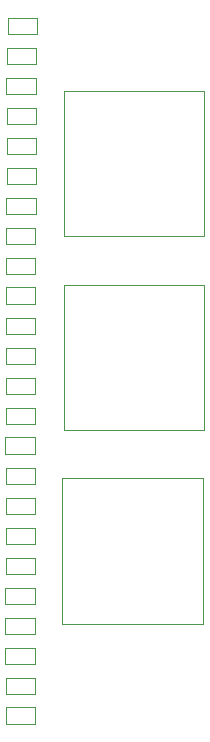
<source format=gbr>
G04 #@! TF.FileFunction,Other,User*
%FSLAX46Y46*%
G04 Gerber Fmt 4.6, Leading zero omitted, Abs format (unit mm)*
G04 Created by KiCad (PCBNEW 4.0.7) date 07/31/18 13:50:20*
%MOMM*%
%LPD*%
G01*
G04 APERTURE LIST*
%ADD10C,0.100000*%
%ADD11C,0.050000*%
G04 APERTURE END LIST*
D10*
D11*
X56860000Y-74110000D02*
X59360000Y-74110000D01*
X56860000Y-74110000D02*
X56860000Y-72710000D01*
X59360000Y-72710000D02*
X59360000Y-74110000D01*
X59360000Y-72710000D02*
X56860000Y-72710000D01*
X56810000Y-76660000D02*
X59310000Y-76660000D01*
X56810000Y-76660000D02*
X56810000Y-75260000D01*
X59310000Y-75260000D02*
X59310000Y-76660000D01*
X59310000Y-75260000D02*
X56810000Y-75260000D01*
X56760000Y-79200000D02*
X59260000Y-79200000D01*
X56760000Y-79200000D02*
X56760000Y-77800000D01*
X59260000Y-77800000D02*
X59260000Y-79200000D01*
X59260000Y-77800000D02*
X56760000Y-77800000D01*
X56780000Y-81740000D02*
X59280000Y-81740000D01*
X56780000Y-81740000D02*
X56780000Y-80340000D01*
X59280000Y-80340000D02*
X59280000Y-81740000D01*
X59280000Y-80340000D02*
X56780000Y-80340000D01*
X56800000Y-84280000D02*
X59300000Y-84280000D01*
X56800000Y-84280000D02*
X56800000Y-82880000D01*
X59300000Y-82880000D02*
X59300000Y-84280000D01*
X59300000Y-82880000D02*
X56800000Y-82880000D01*
X56780000Y-86810000D02*
X59280000Y-86810000D01*
X56780000Y-86810000D02*
X56780000Y-85410000D01*
X59280000Y-85410000D02*
X59280000Y-86810000D01*
X59280000Y-85410000D02*
X56780000Y-85410000D01*
X56750000Y-89350000D02*
X59250000Y-89350000D01*
X56750000Y-89350000D02*
X56750000Y-87950000D01*
X59250000Y-87950000D02*
X59250000Y-89350000D01*
X59250000Y-87950000D02*
X56750000Y-87950000D01*
X56720000Y-91900000D02*
X59220000Y-91900000D01*
X56720000Y-91900000D02*
X56720000Y-90500000D01*
X59220000Y-90500000D02*
X59220000Y-91900000D01*
X59220000Y-90500000D02*
X56720000Y-90500000D01*
X56690000Y-94430000D02*
X59190000Y-94430000D01*
X56690000Y-94430000D02*
X56690000Y-93030000D01*
X59190000Y-93030000D02*
X59190000Y-94430000D01*
X59190000Y-93030000D02*
X56690000Y-93030000D01*
X56710000Y-96960000D02*
X59210000Y-96960000D01*
X56710000Y-96960000D02*
X56710000Y-95560000D01*
X59210000Y-95560000D02*
X59210000Y-96960000D01*
X59210000Y-95560000D02*
X56710000Y-95560000D01*
X56700000Y-99510000D02*
X59200000Y-99510000D01*
X56700000Y-99510000D02*
X56700000Y-98110000D01*
X59200000Y-98110000D02*
X59200000Y-99510000D01*
X59200000Y-98110000D02*
X56700000Y-98110000D01*
X56700000Y-102050000D02*
X59200000Y-102050000D01*
X56700000Y-102050000D02*
X56700000Y-100650000D01*
X59200000Y-100650000D02*
X59200000Y-102050000D01*
X59200000Y-100650000D02*
X56700000Y-100650000D01*
X56700000Y-104590000D02*
X59200000Y-104590000D01*
X56700000Y-104590000D02*
X56700000Y-103190000D01*
X59200000Y-103190000D02*
X59200000Y-104590000D01*
X59200000Y-103190000D02*
X56700000Y-103190000D01*
X56700000Y-107130000D02*
X59200000Y-107130000D01*
X56700000Y-107130000D02*
X56700000Y-105730000D01*
X59200000Y-105730000D02*
X59200000Y-107130000D01*
X59200000Y-105730000D02*
X56700000Y-105730000D01*
X56680000Y-109660000D02*
X59180000Y-109660000D01*
X56680000Y-109660000D02*
X56680000Y-108260000D01*
X59180000Y-108260000D02*
X59180000Y-109660000D01*
X59180000Y-108260000D02*
X56680000Y-108260000D01*
X56700000Y-112210000D02*
X59200000Y-112210000D01*
X56700000Y-112210000D02*
X56700000Y-110810000D01*
X59200000Y-110810000D02*
X59200000Y-112210000D01*
X59200000Y-110810000D02*
X56700000Y-110810000D01*
X56700000Y-114750000D02*
X59200000Y-114750000D01*
X56700000Y-114750000D02*
X56700000Y-113350000D01*
X59200000Y-113350000D02*
X59200000Y-114750000D01*
X59200000Y-113350000D02*
X56700000Y-113350000D01*
X56710000Y-117290000D02*
X59210000Y-117290000D01*
X56710000Y-117290000D02*
X56710000Y-115890000D01*
X59210000Y-115890000D02*
X59210000Y-117290000D01*
X59210000Y-115890000D02*
X56710000Y-115890000D01*
X56690000Y-119830000D02*
X59190000Y-119830000D01*
X56690000Y-119830000D02*
X56690000Y-118430000D01*
X59190000Y-118430000D02*
X59190000Y-119830000D01*
X59190000Y-118430000D02*
X56690000Y-118430000D01*
X56670000Y-122370000D02*
X59170000Y-122370000D01*
X56670000Y-122370000D02*
X56670000Y-120970000D01*
X59170000Y-120970000D02*
X59170000Y-122370000D01*
X59170000Y-120970000D02*
X56670000Y-120970000D01*
X56670000Y-124910000D02*
X59170000Y-124910000D01*
X56670000Y-124910000D02*
X56670000Y-123510000D01*
X59170000Y-123510000D02*
X59170000Y-124910000D01*
X59170000Y-123510000D02*
X56670000Y-123510000D01*
X56670000Y-127450000D02*
X59170000Y-127450000D01*
X56670000Y-127450000D02*
X56670000Y-126050000D01*
X59170000Y-126050000D02*
X59170000Y-127450000D01*
X59170000Y-126050000D02*
X56670000Y-126050000D01*
X56700000Y-129990000D02*
X59200000Y-129990000D01*
X56700000Y-129990000D02*
X56700000Y-128590000D01*
X59200000Y-128590000D02*
X59200000Y-129990000D01*
X59200000Y-128590000D02*
X56700000Y-128590000D01*
X56700000Y-132520000D02*
X59200000Y-132520000D01*
X56700000Y-132520000D02*
X56700000Y-131120000D01*
X59200000Y-131120000D02*
X59200000Y-132520000D01*
X59200000Y-131120000D02*
X56700000Y-131120000D01*
X73530000Y-78940000D02*
X73530000Y-91240000D01*
X61630000Y-78940000D02*
X61630000Y-91240000D01*
X73530000Y-78940000D02*
X61630000Y-78940000D01*
X73530000Y-91240000D02*
X61630000Y-91240000D01*
X73530000Y-95320000D02*
X73530000Y-107620000D01*
X61630000Y-95320000D02*
X61630000Y-107620000D01*
X73530000Y-95320000D02*
X61630000Y-95320000D01*
X73530000Y-107620000D02*
X61630000Y-107620000D01*
X73400000Y-111710000D02*
X73400000Y-124010000D01*
X61500000Y-111710000D02*
X61500000Y-124010000D01*
X73400000Y-111710000D02*
X61500000Y-111710000D01*
X73400000Y-124010000D02*
X61500000Y-124010000D01*
M02*

</source>
